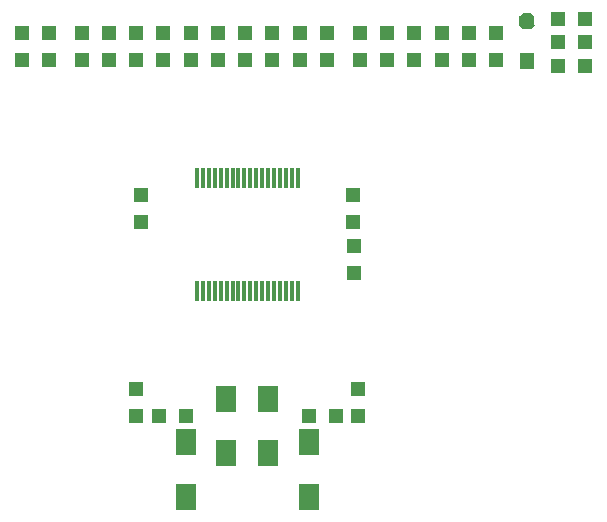
<source format=gbp>
G04*
G04 #@! TF.GenerationSoftware,Altium Limited,Altium Designer,20.0.13 (296)*
G04*
G04 Layer_Color=128*
%FSLAX44Y44*%
%MOMM*%
G71*
G01*
G75*
%ADD18R,1.2700X1.2700*%
%ADD21R,1.2700X1.2700*%
%ADD70R,0.3000X1.7000*%
%ADD71R,1.2700X1.3970*%
G04:AMPARAMS|DCode=72|XSize=1.397mm|YSize=1.27mm|CornerRadius=0mm|HoleSize=0mm|Usage=FLASHONLY|Rotation=90.000|XOffset=0mm|YOffset=0mm|HoleType=Round|Shape=Octagon|*
%AMOCTAGOND72*
4,1,8,0.3175,0.6985,-0.3175,0.6985,-0.6350,0.3810,-0.6350,-0.3810,-0.3175,-0.6985,0.3175,-0.6985,0.6350,-0.3810,0.6350,0.3810,0.3175,0.6985,0.0*
%
%ADD72OCTAGOND72*%

%ADD73R,1.7500X2.2000*%
D18*
X67225Y810806D02*
D03*
Y787946D02*
D03*
X-167781D02*
D03*
Y810806D02*
D03*
X89916Y607352D02*
D03*
Y630212D02*
D03*
X21139Y810806D02*
D03*
Y787946D02*
D03*
X164479Y810806D02*
D03*
Y787946D02*
D03*
X118392D02*
D03*
Y810806D02*
D03*
X210566D02*
D03*
Y787946D02*
D03*
X89662Y650786D02*
D03*
Y673646D02*
D03*
X-94079Y787946D02*
D03*
Y810806D02*
D03*
X-71035D02*
D03*
Y787946D02*
D03*
X-25132D02*
D03*
Y810806D02*
D03*
X-2088D02*
D03*
Y787946D02*
D03*
X-47498D02*
D03*
Y810806D02*
D03*
X-117122Y787946D02*
D03*
Y810806D02*
D03*
X44182Y787946D02*
D03*
Y810806D02*
D03*
X141436Y787946D02*
D03*
Y810806D02*
D03*
X187523Y787946D02*
D03*
Y810806D02*
D03*
X95250D02*
D03*
Y787946D02*
D03*
X-140166D02*
D03*
Y810806D02*
D03*
X-89662Y650786D02*
D03*
Y673646D02*
D03*
X-190825Y787946D02*
D03*
Y810806D02*
D03*
X-93980Y486448D02*
D03*
Y509308D02*
D03*
X93980D02*
D03*
Y486448D02*
D03*
D21*
X262890Y821982D02*
D03*
X285750D02*
D03*
X263144Y802424D02*
D03*
X286004D02*
D03*
X263144Y782866D02*
D03*
X286004D02*
D03*
X-52070Y486448D02*
D03*
X-74930D02*
D03*
X74930D02*
D03*
X52070D02*
D03*
D70*
X-42500Y687830D02*
D03*
X-37500D02*
D03*
X-32500D02*
D03*
X-27500D02*
D03*
X-22500D02*
D03*
X-17500Y687830D02*
D03*
X-12500Y687830D02*
D03*
X-7500D02*
D03*
X-2500D02*
D03*
X2500D02*
D03*
X7500D02*
D03*
X12500D02*
D03*
X17500Y687830D02*
D03*
X22500Y687830D02*
D03*
X27500D02*
D03*
X32500D02*
D03*
X37500D02*
D03*
X42500D02*
D03*
Y592330D02*
D03*
X37500D02*
D03*
X32500D02*
D03*
X27500D02*
D03*
X22500D02*
D03*
X17500Y592330D02*
D03*
X12500Y592330D02*
D03*
X7500D02*
D03*
X2500D02*
D03*
X-2500D02*
D03*
X-7500D02*
D03*
X-12500D02*
D03*
X-17500Y592330D02*
D03*
X-22500Y592330D02*
D03*
X-27500D02*
D03*
X-32500D02*
D03*
X-37500D02*
D03*
X-42500D02*
D03*
D71*
X236728Y786549D02*
D03*
D72*
Y820839D02*
D03*
D73*
X52324Y417982D02*
D03*
Y463982D02*
D03*
X-17780Y500952D02*
D03*
Y454952D02*
D03*
X-52324Y417982D02*
D03*
Y463982D02*
D03*
X17780Y500952D02*
D03*
Y454952D02*
D03*
M02*

</source>
